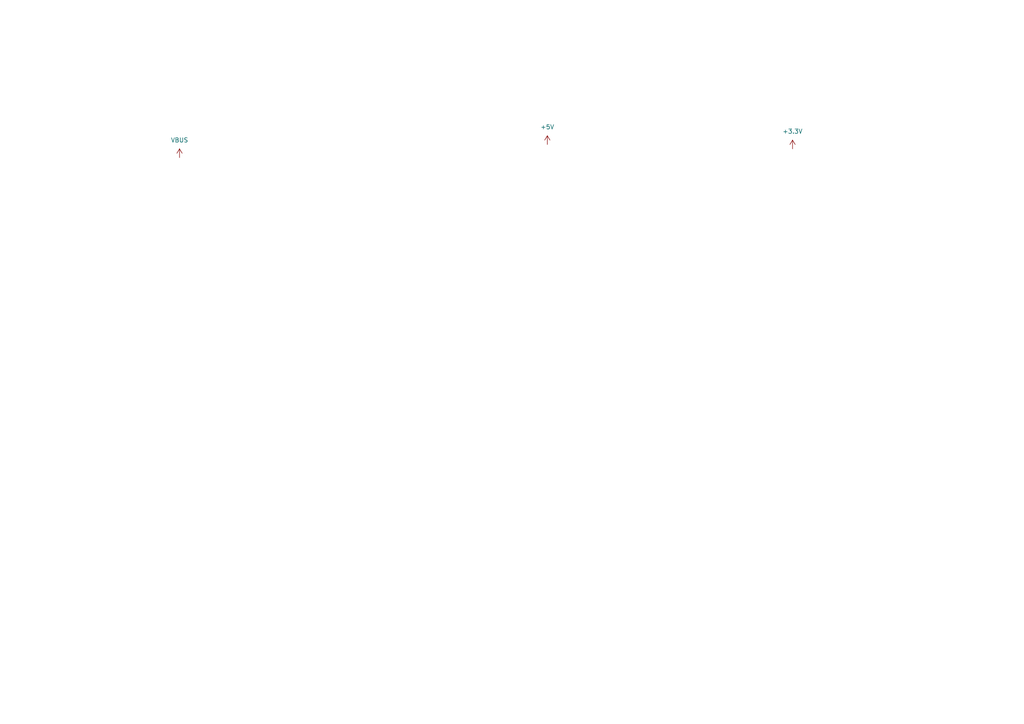
<source format=kicad_sch>
(kicad_sch (version 20211123) (generator eeschema)
  (paper "A4")
  (lib_symbols
    (symbol "power:+3.3V" (power) (pin_names (offset 0))
      (property "Value" "+3.3V" (at 0 3.556 0))
      (symbol "+3.3V_0_1"
        (polyline (pts (xy -0.762 1.27) (xy 0 2.54)))
        (polyline (pts (xy 0 0) (xy 0 2.54)))
        (polyline (pts (xy 0 2.54) (xy 0.762 1.27)))
      )
      (symbol "+3.3V_1_1"
        (pin power_in line (at 0 0 90) (length 0) hide (name "+3.3V") (number "1"))
      )
    )
    (symbol "power:+5V" (power) (pin_names (offset 0))
      (property "Value" "+5V" (at 0 3.556 0))
      (symbol "+5V_0_1"
        (polyline (pts (xy -0.762 1.27) (xy 0 2.54)))
        (polyline (pts (xy 0 0) (xy 0 2.54)))
        (polyline (pts (xy 0 2.54) (xy 0.762 1.27)))
      )
      (symbol "+5V_1_1"
        (pin power_in line (at 0 0 90) (length 0) hide (name "+5V") (number "1"))
      )
    )
    (symbol "power:VBUS" (power) (pin_names (offset 0))
      (property "Value" "VBUS" (at 0 3.81 0))
      (symbol "VBUS_0_1"
        (polyline (pts (xy -0.762 1.27) (xy 0 2.54)))
        (polyline (pts (xy 0 0) (xy 0 2.54)))
        (polyline (pts (xy 0 2.54) (xy 0.762 1.27)))
      )
      (symbol "VBUS_1_1"
        (pin power_in line (at 0 0 90) (length 0) hide (name "VBUS") (number "1"))
      )
    )
  )
  (symbol (lib_id "power:+3.3V") (at 229.87 43.18 0) (unit 1)
    (property "Reference" "#PWR0234" (effects hide))
    (property "Value" "+3.3V" (at 229.87 38.1 0))
  )
  (symbol (lib_id "power:+5V") (at 158.75 41.91 0) (unit 1)
    (property "Reference" "#PWR0256" (effects hide))
    (property "Value" "+5V" (at 158.75 36.83 0))
  )
  (symbol (lib_id "power:VBUS") (at 52.07 45.72 0) (unit 1)
    (property "Reference" "#PWR0257" (effects hide))
    (property "Value" "VBUS" (at 52.07 40.64 0))
  )
)
</source>
